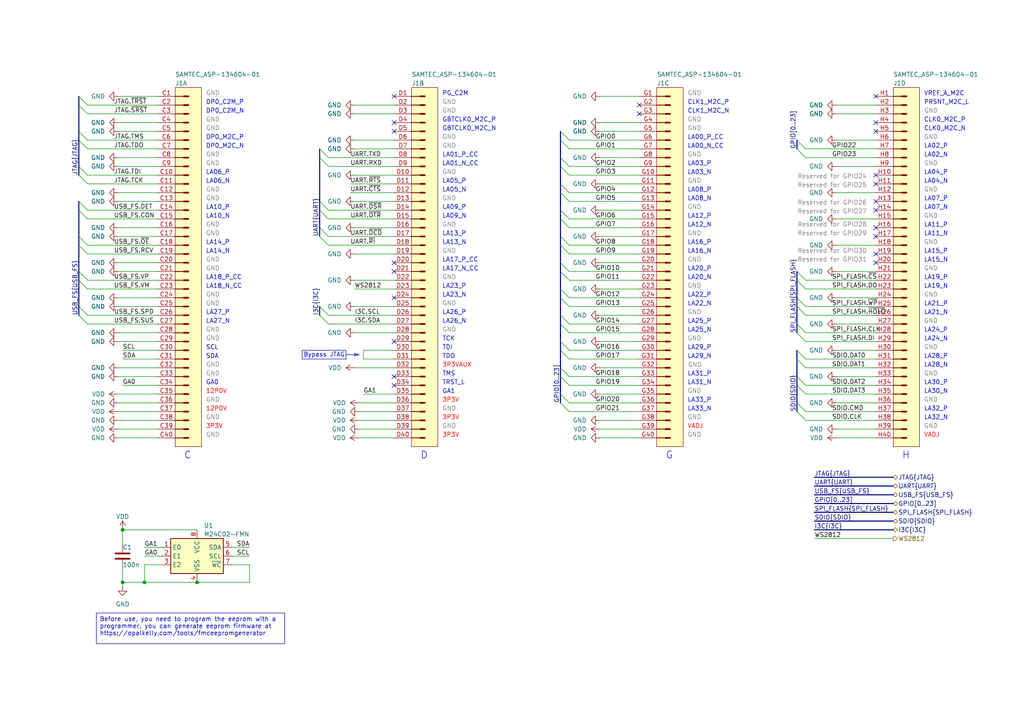
<source format=kicad_sch>
(kicad_sch (version 20230121) (generator eeschema)
  (paper "A4")
  (title_block (title "FMC") (date "2023-03-02") (rev "1.0.0") (company "CHIPS Alliance") (comment 1 "Rui Huang (2023-03-02)") (comment 2 "Rui Huang (2023-03-02)") (comment 4 "Rui Huang (2023-03-02)"))
  (junction (at 41.91 168.91))
  (junction (at 35.56 153.67))
  (junction (at 57.15 168.91))
  (junction (at 35.56 168.91))
  (no_connect (at 254 68.58))
  (no_connect (at 114.3 109.22))
  (no_connect (at 114.3 99.06))
  (no_connect (at 254 35.56))
  (no_connect (at 114.3 76.2))
  (no_connect (at 254 27.94))
  (no_connect (at 114.3 86.36))
  (no_connect (at 254 50.8))
  (no_connect (at 114.3 35.56))
  (no_connect (at 254 73.66))
  (no_connect (at 114.3 27.94))
  (no_connect (at 254 76.2))
  (no_connect (at 114.3 78.74))
  (no_connect (at 254 38.1))
  (no_connect (at 114.3 111.76))
  (no_connect (at 185.42 33.02))
  (no_connect (at 254 60.96))
  (no_connect (at 185.42 30.48))
  (no_connect (at 254 53.34))
  (no_connect (at 114.3 38.1))
  (no_connect (at 254 66.04))
  (no_connect (at 254 58.42))
  (bus_entry (at 233.68 45.72) (size -2.54 -2.54))
  (bus_entry (at 165.1 104.14) (size -2.54 -2.54))
  (bus_entry (at 165.1 116.84) (size -2.54 -2.54))
  (bus_entry (at 233.68 88.9) (size -2.54 -2.54))
  (bus_entry (at 22.86 91.44) (size 2.54 2.54))
  (bus_entry (at 95.25 48.26) (size -2.54 -2.54))
  (bus_entry (at 165.1 111.76) (size -2.54 -2.54))
  (bus_entry (at 95.25 63.5) (size -2.54 -2.54))
  (bus_entry (at 233.68 83.82) (size -2.54 -2.54))
  (bus_entry (at 95.25 45.72) (size -2.54 -2.54))
  (bus_entry (at 165.1 63.5) (size -2.54 -2.54))
  (bus_entry (at 233.68 99.06) (size -2.54 -2.54))
  (bus_entry (at 233.68 81.28) (size -2.54 -2.54))
  (bus_entry (at 165.1 93.98) (size -2.54 -2.54))
  (bus_entry (at 165.1 43.18) (size -2.54 -2.54))
  (bus_entry (at 165.1 48.26) (size -2.54 -2.54))
  (bus_entry (at 22.86 88.9) (size 2.54 2.54))
  (bus_entry (at 22.86 68.58) (size 2.54 2.54))
  (bus_entry (at 165.1 86.36) (size -2.54 -2.54))
  (bus_entry (at 95.25 93.98) (size -2.54 -2.54))
  (bus_entry (at 233.68 104.14) (size -2.54 -2.54))
  (bus_entry (at 165.1 109.22) (size -2.54 -2.54))
  (bus_entry (at 233.68 106.68) (size -2.54 -2.54))
  (bus_entry (at 165.1 50.8) (size -2.54 -2.54))
  (bus_entry (at 92.71 68.58) (size 2.54 2.54))
  (bus_entry (at 165.1 55.88) (size -2.54 -2.54))
  (bus_entry (at 95.25 60.96) (size -2.54 -2.54))
  (bus_entry (at 233.68 91.44) (size -2.54 -2.54))
  (bus_entry (at 233.68 119.38) (size -2.54 -2.54))
  (bus_entry (at 25.4 30.48) (size -2.54 -2.54))
  (bus_entry (at 25.4 53.34) (size -2.54 -2.54))
  (bus_entry (at 25.4 40.64) (size -2.54 -2.54))
  (bus_entry (at 165.1 71.12) (size -2.54 -2.54))
  (bus_entry (at 233.68 121.92) (size -2.54 -2.54))
  (bus_entry (at 165.1 78.74) (size -2.54 -2.54))
  (bus_entry (at 233.68 114.3) (size -2.54 -2.54))
  (bus_entry (at 233.68 96.52) (size -2.54 -2.54))
  (bus_entry (at 233.68 111.76) (size -2.54 -2.54))
  (bus_entry (at 165.1 66.04) (size -2.54 -2.54))
  (bus_entry (at 22.86 71.12) (size 2.54 2.54))
  (bus_entry (at 22.86 60.96) (size 2.54 2.54))
  (bus_entry (at 95.25 91.44) (size -2.54 -2.54))
  (bus_entry (at 165.1 73.66) (size -2.54 -2.54))
  (bus_entry (at 22.86 81.28) (size 2.54 2.54))
  (bus_entry (at 165.1 101.6) (size -2.54 -2.54))
  (bus_entry (at 165.1 40.64) (size -2.54 -2.54))
  (bus_entry (at 165.1 96.52) (size -2.54 -2.54))
  (bus_entry (at 165.1 88.9) (size -2.54 -2.54))
  (bus_entry (at 165.1 119.38) (size -2.54 -2.54))
  (bus_entry (at 22.86 78.74) (size 2.54 2.54))
  (bus_entry (at 95.25 68.58) (size -2.54 -2.54))
  (bus_entry (at 25.4 50.8) (size -2.54 -2.54))
  (bus_entry (at 165.1 58.42) (size -2.54 -2.54))
  (bus_entry (at 25.4 43.18) (size -2.54 -2.54))
  (bus_entry (at 233.68 43.18) (size -2.54 -2.54))
  (bus_entry (at 25.4 33.02) (size -2.54 -2.54))
  (bus_entry (at 165.1 81.28) (size -2.54 -2.54))
  (bus_entry (at 22.86 58.42) (size 2.54 2.54))
  (wire (pts (xy 95.25 93.98) (xy 114.3 93.98)))
  (wire (pts (xy 102.87 33.02) (xy 114.3 33.02)))
  (wire (pts (xy 233.68 99.06) (xy 254 99.06)))
  (wire (pts (xy 165.1 43.18) (xy 185.42 43.18)))
  (bus (pts (xy 162.56 45.72) (xy 162.56 48.26)))
  (wire (pts (xy 173.99 121.92) (xy 185.42 121.92)))
  (wire (pts (xy 45.72 86.36) (xy 34.29 86.36)))
  (wire (pts (xy 165.1 109.22) (xy 185.42 109.22)))
  (wire (pts (xy 165.1 58.42) (xy 185.42 58.42)))
  (wire (pts (xy 254 119.38) (xy 233.68 119.38)))
  (wire (pts (xy 242.57 101.6) (xy 254 101.6)))
  (wire (pts (xy 35.56 165.1) (xy 35.56 168.91)))
  (bus (pts (xy 92.71 60.96) (xy 92.71 66.04)))
  (wire (pts (xy 242.57 40.64) (xy 254 40.64)))
  (wire (pts (xy 233.68 104.14) (xy 254 104.14)))
  (wire (pts (xy 41.91 168.91) (xy 57.15 168.91)))
  (wire (pts (xy 95.25 60.96) (xy 114.3 60.96)))
  (bus (pts (xy 162.56 38.1) (xy 162.56 40.64)))
  (wire (pts (xy 114.3 45.72) (xy 95.25 45.72)))
  (bus (pts (xy 236.22 153.67) (xy 259.08 153.67)))
  (wire (pts (xy 242.57 109.22) (xy 254 109.22)))
  (wire (pts (xy 102.87 40.64) (xy 114.3 40.64)))
  (bus (pts (xy 162.56 86.36) (xy 162.56 91.44)))
  (wire (pts (xy 173.99 127) (xy 185.42 127)))
  (wire (pts (xy 25.4 63.5) (xy 45.72 63.5)))
  (wire (pts (xy 242.57 93.98) (xy 254 93.98)))
  (wire (pts (xy 173.99 83.82) (xy 185.42 83.82)))
  (wire (pts (xy 104.14 119.38) (xy 114.3 119.38)))
  (wire (pts (xy 25.4 91.44) (xy 45.72 91.44)))
  (wire (pts (xy 242.57 78.74) (xy 254 78.74)))
  (polyline (pts (xy 100.33 102.87) (xy 104.14 102.87)))
  (wire (pts (xy 45.72 58.42) (xy 34.29 58.42)))
  (wire (pts (xy 105.41 101.6) (xy 114.3 101.6)))
  (bus (pts (xy 92.71 45.72) (xy 92.71 58.42)))
  (wire (pts (xy 25.4 40.64) (xy 45.72 40.64)))
  (wire (pts (xy 242.57 86.36) (xy 254 86.36)))
  (wire (pts (xy 95.25 91.44) (xy 114.3 91.44)))
  (bus (pts (xy 22.86 40.64) (xy 22.86 48.26)))
  (wire (pts (xy 41.91 158.75) (xy 46.99 158.75)))
  (bus (pts (xy 162.56 76.2) (xy 162.56 78.74)))
  (bus (pts (xy 22.86 68.58) (xy 22.86 71.12)))
  (polyline (pts (xy 87.63 101.6) (xy 100.33 101.6)))
  (wire (pts (xy 233.68 106.68) (xy 254 106.68)))
  (bus (pts (xy 162.56 48.26) (xy 162.56 53.34)))
  (bus (pts (xy 92.71 58.42) (xy 92.71 60.96)))
  (wire (pts (xy 45.72 48.26) (xy 34.29 48.26)))
  (wire (pts (xy 67.31 158.75) (xy 72.39 158.75)))
  (wire (pts (xy 233.68 91.44) (xy 254 91.44)))
  (bus (pts (xy 92.71 66.04) (xy 92.71 68.58)))
  (wire (pts (xy 72.39 163.83) (xy 72.39 168.91)))
  (bus (pts (xy 162.56 83.82) (xy 162.56 86.36)))
  (bus (pts (xy 162.56 53.34) (xy 162.56 55.88)))
  (wire (pts (xy 102.87 30.48) (xy 114.3 30.48)))
  (wire (pts (xy 45.72 68.58) (xy 34.29 68.58)))
  (wire (pts (xy 25.4 60.96) (xy 45.72 60.96)))
  (bus (pts (xy 231.14 88.9) (xy 231.14 93.98)))
  (wire (pts (xy 165.1 71.12) (xy 185.42 71.12)))
  (wire (pts (xy 25.4 30.48) (xy 45.72 30.48)))
  (wire (pts (xy 25.4 50.8) (xy 45.72 50.8)))
  (wire (pts (xy 45.72 101.6) (xy 35.56 101.6)))
  (wire (pts (xy 165.1 66.04) (xy 185.42 66.04)))
  (bus (pts (xy 22.86 38.1) (xy 22.86 40.64)))
  (wire (pts (xy 41.91 163.83) (xy 41.91 168.91)))
  (wire (pts (xy 165.1 48.26) (xy 185.42 48.26)))
  (bus (pts (xy 162.56 55.88) (xy 162.56 60.96)))
  (wire (pts (xy 95.25 71.12) (xy 114.3 71.12)))
  (wire (pts (xy 67.31 161.29) (xy 72.39 161.29)))
  (wire (pts (xy 95.25 63.5) (xy 114.3 63.5)))
  (bus (pts (xy 259.08 146.05) (xy 236.22 146.05)))
  (wire (pts (xy 165.1 55.88) (xy 185.42 55.88)))
  (wire (pts (xy 35.56 168.91) (xy 41.91 168.91)))
  (wire (pts (xy 165.1 93.98) (xy 185.42 93.98)))
  (polyline (pts (xy 100.33 101.6) (xy 100.33 104.14)))
  (wire (pts (xy 173.99 27.94) (xy 185.42 27.94)))
  (wire (pts (xy 233.68 111.76) (xy 254 111.76)))
  (wire (pts (xy 242.57 48.26) (xy 254 48.26)))
  (wire (pts (xy 45.72 78.74) (xy 34.29 78.74)))
  (wire (pts (xy 67.31 163.83) (xy 72.39 163.83)))
  (wire (pts (xy 165.1 63.5) (xy 185.42 63.5)))
  (bus (pts (xy 231.14 93.98) (xy 231.14 96.52)))
  (wire (pts (xy 102.87 58.42) (xy 114.3 58.42)))
  (bus (pts (xy 162.56 101.6) (xy 162.56 106.68)))
  (wire (pts (xy 165.1 96.52) (xy 185.42 96.52)))
  (wire (pts (xy 173.99 114.3) (xy 185.42 114.3)))
  (wire (pts (xy 45.72 99.06) (xy 34.29 99.06)))
  (wire (pts (xy 114.3 114.3) (xy 105.41 114.3)))
  (wire (pts (xy 233.68 81.28) (xy 254 81.28)))
  (wire (pts (xy 34.29 119.38) (xy 45.72 119.38)))
  (wire (pts (xy 242.57 71.12) (xy 254 71.12)))
  (wire (pts (xy 25.4 33.02) (xy 45.72 33.02)))
  (bus (pts (xy 259.08 138.43) (xy 236.22 138.43)))
  (bus (pts (xy 22.86 30.48) (xy 22.86 38.1)))
  (wire (pts (xy 236.22 156.21) (xy 259.08 156.21)))
  (wire (pts (xy 104.14 116.84) (xy 114.3 116.84)))
  (bus (pts (xy 231.14 40.64) (xy 231.14 43.18)))
  (wire (pts (xy 173.99 45.72) (xy 185.42 45.72)))
  (wire (pts (xy 45.72 88.9) (xy 34.29 88.9)))
  (wire (pts (xy 34.29 114.3) (xy 45.72 114.3)))
  (wire (pts (xy 45.72 106.68) (xy 34.29 106.68)))
  (bus (pts (xy 231.14 78.74) (xy 231.14 81.28)))
  (wire (pts (xy 173.99 38.1) (xy 185.42 38.1)))
  (bus (pts (xy 162.56 68.58) (xy 162.56 71.12)))
  (bus (pts (xy 22.86 60.96) (xy 22.86 68.58)))
  (wire (pts (xy 233.68 96.52) (xy 254 96.52)))
  (wire (pts (xy 45.72 76.2) (xy 34.29 76.2)))
  (wire (pts (xy 105.41 104.14) (xy 114.3 104.14)))
  (wire (pts (xy 173.99 124.46) (xy 185.42 124.46)))
  (wire (pts (xy 242.57 33.02) (xy 254 33.02)))
  (bus (pts (xy 162.56 114.3) (xy 162.56 116.84)))
  (wire (pts (xy 35.56 153.67) (xy 57.15 153.67)))
  (wire (pts (xy 233.68 43.18) (xy 254 43.18)))
  (bus (pts (xy 162.56 109.22) (xy 162.56 114.3)))
  (wire (pts (xy 34.29 121.92) (xy 45.72 121.92)))
  (bus (pts (xy 22.86 81.28) (xy 22.86 88.9)))
  (wire (pts (xy 105.41 101.6) (xy 105.41 104.14)))
  (wire (pts (xy 104.14 121.92) (xy 114.3 121.92)))
  (wire (pts (xy 254 114.3) (xy 233.68 114.3)))
  (wire (pts (xy 242.57 127) (xy 254 127)))
  (wire (pts (xy 104.14 127) (xy 114.3 127)))
  (wire (pts (xy 25.4 83.82) (xy 45.72 83.82)))
  (wire (pts (xy 25.4 93.98) (xy 45.72 93.98)))
  (wire (pts (xy 233.68 121.92) (xy 254 121.92)))
  (wire (pts (xy 165.1 50.8) (xy 185.42 50.8)))
  (wire (pts (xy 45.72 111.76) (xy 35.56 111.76)))
  (wire (pts (xy 45.72 45.72) (xy 34.29 45.72)))
  (bus (pts (xy 231.14 111.76) (xy 231.14 116.84)))
  (wire (pts (xy 233.68 45.72) (xy 254 45.72)))
  (wire (pts (xy 102.87 50.8) (xy 114.3 50.8)))
  (polyline (pts (xy 102.87 102.489) (xy 102.87 103.251)))
  (bus (pts (xy 259.08 148.59) (xy 236.22 148.59)))
  (bus (pts (xy 162.56 40.64) (xy 162.56 45.72)))
  (wire (pts (xy 45.72 96.52) (xy 34.29 96.52)))
  (wire (pts (xy 104.14 124.46) (xy 114.3 124.46)))
  (bus (pts (xy 22.86 48.26) (xy 22.86 50.8)))
  (bus (pts (xy 22.86 71.12) (xy 22.86 78.74)))
  (wire (pts (xy 102.87 83.82) (xy 114.3 83.82)))
  (wire (pts (xy 173.99 53.34) (xy 185.42 53.34)))
  (wire (pts (xy 173.99 68.58) (xy 185.42 68.58)))
  (wire (pts (xy 242.57 30.48) (xy 254 30.48)))
  (wire (pts (xy 242.57 124.46) (xy 254 124.46)))
  (wire (pts (xy 165.1 101.6) (xy 185.42 101.6)))
  (wire (pts (xy 72.39 168.91) (xy 57.15 168.91)))
  (bus (pts (xy 162.56 78.74) (xy 162.56 83.82)))
  (bus (pts (xy 92.71 43.18) (xy 92.71 45.72)))
  (wire (pts (xy 45.72 27.94) (xy 34.29 27.94)))
  (wire (pts (xy 102.87 43.18) (xy 114.3 43.18)))
  (bus (pts (xy 162.56 106.68) (xy 162.56 109.22)))
  (wire (pts (xy 102.87 66.04) (xy 114.3 66.04)))
  (wire (pts (xy 173.99 35.56) (xy 185.42 35.56)))
  (bus (pts (xy 162.56 99.06) (xy 162.56 101.6)))
  (bus (pts (xy 22.86 78.74) (xy 22.86 81.28)))
  (wire (pts (xy 165.1 116.84) (xy 185.42 116.84)))
  (wire (pts (xy 173.99 76.2) (xy 185.42 76.2)))
  (wire (pts (xy 25.4 53.34) (xy 45.72 53.34)))
  (wire (pts (xy 165.1 78.74) (xy 185.42 78.74)))
  (wire (pts (xy 41.91 161.29) (xy 46.99 161.29)))
  (wire (pts (xy 34.29 124.46) (xy 45.72 124.46)))
  (wire (pts (xy 165.1 119.38) (xy 185.42 119.38)))
  (bus (pts (xy 231.14 81.28) (xy 231.14 86.36)))
  (bus (pts (xy 162.56 60.96) (xy 162.56 63.5)))
  (wire (pts (xy 35.56 157.48) (xy 35.56 153.67)))
  (polyline (pts (xy 102.87 102.489) (xy 104.14 102.87)))
  (wire (pts (xy 114.3 53.34) (xy 101.6 53.34)))
  (wire (pts (xy 242.57 63.5) (xy 254 63.5)))
  (wire (pts (xy 102.87 106.68) (xy 114.3 106.68)))
  (wire (pts (xy 25.4 43.18) (xy 45.72 43.18)))
  (bus (pts (xy 231.14 109.22) (xy 231.14 111.76)))
  (wire (pts (xy 114.3 48.26) (xy 95.25 48.26)))
  (wire (pts (xy 233.68 88.9) (xy 254 88.9)))
  (wire (pts (xy 25.4 81.28) (xy 45.72 81.28)))
  (wire (pts (xy 165.1 86.36) (xy 185.42 86.36)))
  (wire (pts (xy 102.87 88.9) (xy 114.3 88.9)))
  (bus (pts (xy 162.56 91.44) (xy 162.56 93.98)))
  (wire (pts (xy 165.1 81.28) (xy 185.42 81.28)))
  (bus (pts (xy 22.86 88.9) (xy 22.86 91.44)))
  (bus (pts (xy 22.86 27.94) (xy 22.86 30.48)))
  (wire (pts (xy 173.99 106.68) (xy 185.42 106.68)))
  (wire (pts (xy 34.29 116.84) (xy 45.72 116.84)))
  (bus (pts (xy 259.08 140.97) (xy 236.22 140.97)))
  (wire (pts (xy 34.29 127) (xy 45.72 127)))
  (wire (pts (xy 233.68 83.82) (xy 254 83.82)))
  (bus (pts (xy 162.56 71.12) (xy 162.56 76.2)))
  (wire (pts (xy 102.87 81.28) (xy 114.3 81.28)))
  (wire (pts (xy 45.72 104.14) (xy 35.56 104.14)))
  (bus (pts (xy 231.14 86.36) (xy 231.14 88.9)))
  (bus (pts (xy 231.14 101.6) (xy 231.14 104.14)))
  (wire (pts (xy 45.72 55.88) (xy 34.29 55.88)))
  (wire (pts (xy 45.72 66.04) (xy 34.29 66.04)))
  (bus (pts (xy 162.56 63.5) (xy 162.56 68.58)))
  (wire (pts (xy 45.72 35.56) (xy 34.29 35.56)))
  (bus (pts (xy 92.71 88.9) (xy 92.71 91.44)))
  (bus (pts (xy 22.86 58.42) (xy 22.86 60.96)))
  (wire (pts (xy 165.1 40.64) (xy 185.42 40.64)))
  (bus (pts (xy 259.08 143.51) (xy 236.22 143.51)))
  (wire (pts (xy 165.1 73.66) (xy 185.42 73.66)))
  (wire (pts (xy 45.72 38.1) (xy 34.29 38.1)))
  (bus (pts (xy 162.56 93.98) (xy 162.56 99.06)))
  (wire (pts (xy 45.72 109.22) (xy 34.29 109.22)))
  (wire (pts (xy 25.4 71.12) (xy 45.72 71.12)))
  (wire (pts (xy 242.57 116.84) (xy 254 116.84)))
  (bus (pts (xy 231.14 116.84) (xy 231.14 119.38)))
  (wire (pts (xy 173.99 91.44) (xy 185.42 91.44)))
  (wire (pts (xy 41.91 163.83) (xy 46.99 163.83)))
  (wire (pts (xy 102.87 73.66) (xy 114.3 73.66)))
  (wire (pts (xy 173.99 60.96) (xy 185.42 60.96)))
  (bus (pts (xy 231.14 104.14) (xy 231.14 109.22)))
  (wire (pts (xy 35.56 170.18) (xy 35.56 168.91)))
  (polyline (pts (xy 87.63 104.14) (xy 87.63 101.6)))
  (wire (pts (xy 95.25 68.58) (xy 114.3 68.58)))
  (wire (pts (xy 165.1 88.9) (xy 185.42 88.9)))
  (wire (pts (xy 101.6 55.88) (xy 114.3 55.88)))
  (wire (pts (xy 242.57 55.88) (xy 254 55.88)))
  (wire (pts (xy 165.1 111.76) (xy 185.42 111.76)))
  (wire (pts (xy 165.1 104.14) (xy 185.42 104.14)))
  (polyline (pts (xy 102.87 103.251) (xy 104.14 102.87)))
  (bus (pts (xy 259.08 151.13) (xy 236.22 151.13)))
  (wire (pts (xy 102.87 96.52) (xy 114.3 96.52)))
  (wire (pts (xy 25.4 73.66) (xy 45.72 73.66)))
  (polyline (pts (xy 100.33 104.14) (xy 87.63 104.14)))
  (wire (pts (xy 173.99 99.06) (xy 185.42 99.06)))
  (text_box "Before use, you need to program the eeprom with a programmer, you can generate eeprom firmware at\nhttps://opalkelly.com/tools/fmceepromgenerator" (at 27.94 177.8 0) (size 54.61 8.89) (effects (font (size 1.27 1.27)) (justify left top)))
  (text "DP0_C2M_P" (at 59.69 30.48 0) (effects (font (size 1.27 1.27)) (justify left bottom)))
  (text "GND" (at 59.69 48.26 0) (effects (font (size 1.27 1.27)) (justify left bottom)))
  (text "GBTCLK0_M2C_P" (at 128.27 35.56 0) (effects (font (size 1.27 1.27)) (justify left bottom)))
  (text "LA18_N_CC" (at 59.69 83.82 0) (effects (font (size 1.27 1.27)) (justify left bottom)))
  (text "LA07_P" (at 267.97 58.42 0) (effects (font (size 1.27 1.27)) (justify left bottom)))
  (text "12P0V" (at 59.69 114.3 0) (effects (font (size 1.27 1.27)) (justify left bottom)))
  (text "LA23_N" (at 128.27 86.36 0) (effects (font (size 1.27 1.27)) (justify left bottom)))
  (text "LA29_P" (at 199.39 101.6 0) (effects (font (size 1.27 1.27)) (justify left bottom)))
  (text "LA14_N" (at 59.69 73.66 0) (effects (font (size 1.27 1.27)) (justify left bottom)))
  (text "GND" (at 199.519 106.7727 0) (effects (font (size 1.27 1.27)) (justify left bottom)))
  (text "LA03_N" (at 199.39 50.8 0) (effects (font (size 1.27 1.27)) (justify left bottom)))
  (text "GND" (at 267.97 124.46 0) (effects (font (size 1.27 1.27)) (justify left bottom)))
  (text "LA23_P" (at 128.27 83.82 0) (effects (font (size 1.27 1.27)) (justify left bottom)))
  (text "3P3V" (at 128.27 127 0) (effects (font (size 1.27 1.27)) (justify left bottom)))
  (text "LA20_P" (at 199.39 78.74 0) (effects (font (size 1.27 1.27)) (justify left bottom)))
  (text "GND" (at 267.97 93.98 0) (effects (font (size 1.27 1.27)) (justify left bottom)))
  (text "GND" (at 59.69 88.9 0) (effects (font (size 1.27 1.27)) (justify left bottom)))
  (text "LA22_P" (at 199.39 86.36 0) (effects (font (size 1.27 1.27)) (justify left bottom)))
  (text "LA21_N" (at 267.97 91.44 0) (effects (font (size 1.27 1.27)) (justify left bottom)))
  (text "LA12_P" (at 199.39 63.5 0) (effects (font (size 1.27 1.27)) (justify left bottom)))
  (text "CLK0_M2C_N" (at 267.97 38.1 0) (effects (font (size 1.27 1.27)) (justify left bottom)))
  (text "D" (at 121.92 133.35 0) (effects (font (size 2.032 2.032)) (justify left bottom)))
  (text "LA15_P" (at 267.97 73.66 0) (effects (font (size 1.27 1.27)) (justify left bottom)))
  (text "GND" (at 128.27 40.64 0) (effects (font (size 1.27 1.27)) (justify left bottom)))
  (text "GND" (at 199.39 91.44 0) (effects (font (size 1.27 1.27)) (justify left bottom)))
  (text "LA30_N" (at 267.97 114.3 0) (effects (font (size 1.27 1.27)) (justify left bottom)))
  (text "GND" (at 59.69 45.72 0) (effects (font (size 1.27 1.27)) (justify left bottom)))
  (text "GND" (at 199.39 121.92 0) (effects (font (size 1.27 1.27)) (justify left bottom)))
  (text "GND" (at 199.39 83.82 0) (effects (font (size 1.27 1.27)) (justify left bottom)))
  (text "GND" (at 128.27 73.66 0) (effects (font (size 1.27 1.27)) (justify left bottom)))
  (text "LA01_N_CC" (at 128.27 48.26 0) (effects (font (size 1.27 1.27)) (justify left bottom)))
  (text "GND" (at 59.69 68.58 0) (effects (font (size 1.27 1.27)) (justify left bottom)))
  (text "Reserved for GPIO25" (at 251.46 54.61 0) (effects (font (size 1.27 1.27)) (justify right bottom)))
  (text "SDA" (at 59.69 104.14 0) (effects (font (size 1.27 1.27)) (justify left bottom)))
  (text "GND" (at 267.97 55.88 0) (effects (font (size 1.27 1.27)) (justify left bottom)))
  (text "LA14_P" (at 59.69 71.12 0) (effects (font (size 1.27 1.27)) (justify left bottom)))
  (text "LA19_N" (at 267.97 83.82 0) (effects (font (size 1.27 1.27)) (justify left bottom)))
  (text "LA03_P" (at 199.39 48.26 0) (effects (font (size 1.27 1.27)) (justify left bottom)))
  (text "GND" (at 59.69 27.94 0) (effects (font (size 1.27 1.27)) (justify left bottom)))
  (text "LA01_P_CC" (at 128.27 45.72 0) (effects (font (size 1.27 1.27)) (justify left bottom)))
  (text "GND" (at 59.69 38.1 0) (effects (font (size 1.27 1.27)) (justify left bottom)))
  (text "SCL" (at 59.69 101.6 0) (effects (font (size 1.27 1.27)) (justify left bottom)))
  (text "GND" (at 128.27 66.04 0) (effects (font (size 1.27 1.27)) (justify left bottom)))
  (text "VADJ" (at 267.97 127 0) (effects (font (size 1.27 1.27)) (justify left bottom)))
  (text "LA18_P_CC" (at 59.69 81.28 0) (effects (font (size 1.27 1.27)) (justify left bottom)))
  (text "GA0" (at 59.69 111.76 0) (effects (font (size 1.27 1.27)) (justify left bottom)))
  (text "GND" (at 267.97 101.6 0) (effects (font (size 1.27 1.27)) (justify left bottom)))
  (text "LA05_P" (at 128.27 53.34 0) (effects (font (size 1.27 1.27)) (justify left bottom)))
  (text "GND" (at 128.27 50.8 0) (effects (font (size 1.27 1.27)) (justify left bottom)))
  (text "LA25_P" (at 199.39 93.98 0) (effects (font (size 1.27 1.27)) (justify left bottom)))
  (text "PRSNT_M2C_L" (at 267.97 30.48 0) (effects (font (size 1.27 1.27)) (justify left bottom)))
  (text "Reserved for GPIO30" (at 251.46 73.66 0) (effects (font (size 1.27 1.27)) (justify right bottom)))
  (text "GND" (at 59.69 121.92 0) (effects (font (size 1.27 1.27)) (justify left bottom)))
  (text "GND" (at 267.97 71.12 0) (effects (font (size 1.27 1.27)) (justify left bottom)))
  (text "GND" (at 267.97 33.02 0) (effects (font (size 1.27 1.27)) (justify left bottom)))
  (text "12P0V" (at 59.69 119.38 0) (effects (font (size 1.27 1.27)) (justify left bottom)))
  (text "GND" (at 199.39 127 0) (effects (font (size 1.27 1.27)) (justify left bottom)))
  (text "LA12_N" (at 199.39 66.04 0) (effects (font (size 1.27 1.27)) (justify left bottom)))
  (text "3P3V" (at 59.69 124.46 0) (effects (font (size 1.27 1.27)) (justify left bottom)))
  (text "LA10_N" (at 59.69 63.5 0) (effects (font (size 1.27 1.27)) (justify left bottom)))
  (text "GND" (at 128.27 96.52 0) (effects (font (size 1.27 1.27)) (justify left bottom)))
  (text "LA04_N" (at 267.97 53.34 0) (effects (font (size 1.27 1.27)) (justify left bottom)))
  (text "TCK" (at 128.27 99.06 0) (effects (font (size 1.27 1.27)) (justify left bottom)))
  (text "GND" (at 128.27 43.18 0) (effects (font (size 1.27 1.27)) (justify left bottom)))
  (text "DP0_M2C_P" (at 59.69 40.64 0) (effects (font (size 1.27 1.27)) (justify left bottom)))
  (text "CLK1_M2C_N" (at 199.39 33.02 0) (effects (font (size 1.27 1.27)) (justify left bottom)))
  (text "GND" (at 59.69 127 0) (effects (font (size 1.27 1.27)) (justify left bottom)))
  (text "GND" (at 199.39 68.58 0) (effects (font (size 1.27 1.27)) (justify left bottom)))
  (text "LA06_N" (at 59.69 53.34 0) (effects (font (size 1.27 1.27)) (justify left bottom)))
  (text "LA15_N" (at 267.97 76.2 0) (effects (font (size 1.27 1.27)) (justify left bottom)))
  (text "TDI" (at 128.27 101.6 0) (effects (font (size 1.27 1.27)) (justify left bottom)))
  (text "LA16_N" (at 199.39 73.66 0) (effects (font (size 1.27 1.27)) (justify left bottom)))
  (text "GND" (at 267.97 86.36 0) (effects (font (size 1.27 1.27)) (justify left bottom)))
  (text "GND" (at 59.69 96.52 0) (effects (font (size 1.27 1.27)) (justify left bottom)))
  (text "GND" (at 59.69 116.84 0) (effects (font (size 1.27 1.27)) (justify left bottom)))
  (text "GND" (at 199.39 99.06 0) (effects (font (size 1.27 1.27)) (justify left bottom)))
  (text "LA13_N" (at 128.27 71.12 0) (effects (font (size 1.27 1.27)) (justify left bottom)))
  (text "LA19_P" (at 267.97 81.28 0) (effects (font (size 1.27 1.27)) (justify left bottom)))
  (text "PG_C2M" (at 128.27 27.94 0) (effects (font (size 1.27 1.27)) (justify left bottom)))
  (text "GND" (at 199.39 114.3 0) (effects (font (size 1.27 1.27)) (justify left bottom)))
  (text "TRST_L" (at 128.27 111.76 0) (effects (font (size 1.27 1.27)) (justify left bottom)))
  (text "GND" (at 267.97 109.22 0) (effects (font (size 1.27 1.27)) (justify left bottom)))
  (text "LA00_N_CC" (at 199.39 43.18 0) (effects (font (size 1.27 1.27)) (justify left bottom)))
  (text "LA29_N" (at 199.39 104.14 0) (effects (font (size 1.27 1.27)) (justify left bottom)))
  (text "GND" (at 59.69 76.2 0) (effects (font (size 1.27 1.27)) (justify left bottom)))
  (text "LA26_P" (at 128.27 91.44 0) (effects (font (size 1.27 1.27)) (justify left bottom)))
  (text "LA11_P" (at 267.97 66.04 0) (effects (font (size 1.27 1.27)) (justify left bottom)))
  (text "GND" (at 199.39 60.96 0) (effects (font (size 1.27 1.27)) (justify left bottom)))
  (text "LA10_P" (at 59.69 60.96 0) (effects (font (size 1.27 1.27)) (justify left bottom)))
  (text "TMS" (at 128.27 109.22 0) (effects (font (size 1.27 1.27)) (justify left bottom)))
  (text "GND" (at 199.39 35.56 0) (effects (font (size 1.27 1.27)) (justify left bottom)))
  (text "LA28_P" (at 267.97 104.14 0) (effects (font (size 1.27 1.27)) (justify left bottom)))
  (text "Bypass JTAG" (at 88.011 103.759 0) (effects (font (size 1.27 1.27)) (justify left bottom)))
  (text "LA28_N" (at 267.97 106.68 0) (effects (font (size 1.27 1.27)) (justify left bottom)))
  (text "GND" (at 59.69 66.04 0) (effects (font (size 1.27 1.27)) (justify left bottom)))
  (text "GND" (at 128.27 119.38 0) (effects (font (size 1.27 1.27)) (justify left bottom)))
  (text "GND" (at 128.27 30.48 0) (effects (font (size 1.27 1.27)) (justify left bottom)))
  (text "LA13_P" (at 128.27 68.58 0) (effects (font (size 1.27 1.27)) (justify left bottom)))
  (text "LA06_P" (at 59.69 50.8 0) (effects (font (size 1.27 1.27)) (justify left bottom)))
  (text "GND" (at 128.27 81.28 0) (effects (font (size 1.27 1.27)) (justify left bottom)))
  (text "LA20_N" (at 199.39 81.28 0) (effects (font (size 1.27 1.27)) (justify left bottom)))
  (text "H" (at 261.62 133.35 0) (effects (font (size 2.032 2.032)) (justify left bottom)))
  (text "GBTCLK0_M2C_N" (at 128.27 38.1 0) (effects (font (size 1.27 1.27)) (justify left bottom)))
  (text "GND" (at 128.27 33.02 0) (effects (font (size 1.27 1.27)) (justify left bottom)))
  (text "GND" (at 59.69 35.56 0) (effects (font (size 1.27 1.27)) (justify left bottom)))
  (text "GND" (at 128.27 58.42 0) (effects (font (size 1.27 1.27)) (justify left bottom)))
  (text "CLK0_M2C_P" (at 267.97 35.56 0) (effects (font (size 1.27 1.27)) (justify left bottom)))
  (text "LA07_N" (at 267.97 60.96 0) (effects (font (size 1.27 1.27)) (justify left bottom)))
  (text "LA08_P" (at 199.39 55.88 0) (effects (font (size 1.27 1.27)) (justify left bottom)))
  (text "TDO" (at 128.27 104.14 0) (effects (font (size 1.27 1.27)) (justify left bottom)))
  (text "LA08_N" (at 199.39 58.42 0) (effects (font (size 1.27 1.27)) (justify left bottom)))
  (text "C" (at 53.34 133.35 0) (effects (font (size 2.032 2.032)) (justify left bottom)))
  (text "LA16_P" (at 199.39 71.12 0) (effects (font (size 1.27 1.27)) (justify left bottom)))
  (text "3P3V" (at 128.27 121.92 0) (effects (font (size 1.27 1.27)) (justify left bottom)))
  (text "Reserved for GPIO29" (at 251.46 68.58 0) (effects (font (size 1.27 1.27)) (justify right bottom)))
  (text "VADJ" (at 199.39 124.46 0) (effects (font (size 1.27 1.27)) (justify left bottom)))
  (text "GND" (at 128.27 124.46 0) (effects (font (size 1.27 1.27)) (justify left bottom)))
  (text "GND" (at 59.69 58.42 0) (effects (font (size 1.27 1.27)) (justify left bottom)))
  (text "LA27_N" (at 59.69 93.98 0) (effects (font (size 1.27 1.27)) (justify left bottom)))
  (text "LA05_N" (at 128.27 55.88 0) (effects (font (size 1.27 1.27)) (justify left bottom)))
  (text "LA11_N" (at 267.97 68.58 0) (effects (font (size 1.27 1.27)) (justify left bottom)))
  (text "CLK1_M2C_P" (at 199.39 30.48 0) (effects (font (size 1.27 1.27)) (justify left bottom)))
  (text "Reserved for GPIO27" (at 251.46 62.23 0) (effects (font (size 1.27 1.27)) (justify right bottom)))
  (text "GND" (at 199.39 45.72 0) (effects (font (size 1.27 1.27)) (justify left bottom)))
  (text "GA1" (at 128.27 114.3 0) (effects (font (size 1.27 1.27)) (justify left bottom)))
  (text "GND" (at 59.69 86.36 0) (effects (font (size 1.27 1.27)) (justify left bottom)))
  (text "LA17_P_CC" (at 128.27 76.2 0) (effects (font (size 1.27 1.27)) (justify left bottom)))
  (text "3P3V" (at 128.27 116.84 0) (effects (font (size 1.27 1.27)) (justify left bottom)))
  (text "LA33_N" (at 199.39 119.38 0) (effects (font (size 1.27 1.27)) (justify left bottom)))
  (text "Reserved for GPIO31" (at 251.46 76.2 0) (effects (font (size 1.27 1.27)) (justify right bottom)))
  (text "G" (at 193.04 133.35 0) (effects (font (size 2.032 2.032)) (justify left bottom)))
  (text "GND" (at 267.97 116.84 0) (effects (font (size 1.27 1.27)) (justify left bottom)))
  (text "GND" (at 59.69 78.74 0) (effects (font (size 1.27 1.27)) (justify left bottom)))
  (text "LA22_N" (at 199.39 88.9 0) (effects (font (size 1.27 1.27)) (justify left bottom)))
  (text "LA31_N" (at 199.39 111.76 0) (effects (font (size 1.27 1.27)) (justify left bottom)))
  (text "LA02_N" (at 267.97 45.72 0) (effects (font (size 1.27 1.27)) (justify left bottom)))
  (text "GND" (at 267.97 40.64 0) (effects (font (size 1.27 1.27)) (justify left bottom)))
  (text "GND" (at 199.39 38.1 0) (effects (font (size 1.27 1.27)) (justify left bottom)))
  (text "GND" (at 59.69 55.88 0) (effects (font (size 1.27 1.27)) (justify left bottom)))
  (text "LA27_P" (at 59.69 91.44 0) (effects (font (size 1.27 1.27)) (justify left bottom)))
  (text "LA00_P_CC" (at 199.39 40.64 0) (effects (font (size 1.27 1.27)) (justify left bottom)))
  (text "GND" (at 199.39 27.94 0) (effects (font (size 1.27 1.27)) (justify left bottom)))
  (text "GND" (at 59.69 106.68 0) (effects (font (size 1.27 1.27)) (justify left bottom)))
  (text "GND" (at 267.97 78.74 0) (effects (font (size 1.27 1.27)) (justify left bottom)))
  (text "VREF_A_M2C" (at 267.97 27.94 0) (effects (font (size 1.27 1.27)) (justify left bottom)))
  (text "LA21_P" (at 267.97 88.9 0) (effects (font (size 1.27 1.27)) (justify left bottom)))
  (text "3P3VAUX" (at 128.27 106.68 0) (effects (font (size 1.27 1.27)) (justify left bottom)))
  (text "LA32_N" (at 267.97 121.92 0) (effects (font (size 1.27 1.27)) (justify left bottom)))
  (text "LA26_N" (at 128.27 93.98 0) (effects (font (size 1.27 1.27)) (justify left bottom)))
  (text "GND" (at 199.39 53.34 0) (effects (font (size 1.27 1.27)) (justify left bottom)))
  (text "Reserved for GPIO26" (at 251.46 59.69 0) (effects (font (size 1.27 1.27)) (justify right bottom)))
  (text "GND" (at 267.97 63.5 0) (effects (font (size 1.27 1.27)) (justify left bottom)))
  (text "DP0_M2C_N" (at 59.69 43.18 0) (effects (font (size 1.27 1.27)) (justify left bottom)))
  (text "LA33_P" (at 199.39 116.84 0) (effects (font (size 1.27 1.27)) (justify left bottom)))
  (text "LA24_N" (at 267.97 99.06 0) (effects (font (size 1.27 1.27)) (justify left bottom)))
  (text "LA09_N" (at 128.27 63.5 0) (effects (font (size 1.27 1.27)) (justify left bottom)))
  (text "LA02_P" (at 267.97 43.18 0) (effects (font (size 1.27 1.27)) (justify left bottom)))
  (text "LA31_P" (at 199.39 109.22 0) (effects (font (size 1.27 1.27)) (justify left bottom)))
  (text "Reserved for GPIO28" (at 251.46 66.04 0) (effects (font (size 1.27 1.27)) (justify right bottom)))
  (text "GND" (at 199.39 76.2 0) (effects (font (size 1.27 1.27)) (justify left bottom)))
  (text "LA24_P" (at 267.97 96.52 0) (effects (font (size 1.27 1.27)) (justify left bottom)))
  (text "LA30_P" (at 267.97 111.76 0) (effects (font (size 1.27 1.27)) (justify left bottom)))
  (text "LA09_P" (at 128.27 60.96 0) (effects (font (size 1.27 1.27)) (justify left bottom)))
  (text "GND" (at 59.69 99.06 0) (effects (font (size 1.27 1.27)) (justify left bottom)))
  (text "LA17_N_CC" (at 128.27 78.74 0) (effects (font (size 1.27 1.27)) (justify left bottom)))
  (text "LA25_N" (at 199.39 96.52 0) (effects (font (size 1.27 1.27)) (justify left bottom)))
  (text "GND" (at 267.97 48.26 0) (effects (font (size 1.27 1.27)) (justify left bottom)))
  (text "Reserved for GPIO24" (at 251.46 52.07 0) (effects (font (size 1.27 1.27)) (justify right bottom)))
  (text "DP0_C2M_N" (at 59.69 33.02 0) (effects (font (size 1.27 1.27)) (justify left bottom)))
  (text "LA32_P" (at 267.97 119.38 0) (effects (font (size 1.27 1.27)) (justify left bottom)))
  (text "GND" (at 128.27 88.9 0) (effects (font (size 1.27 1.27)) (justify left bottom)))
  (text "GND" (at 59.69 109.22 0) (effects (font (size 1.27 1.27)) (justify left bottom)))
  (text "LA04_P" (at 267.97 50.8 0) (effects (font (size 1.27 1.27)) (justify left bottom)))
  (label "SDIO.DAT2" (at 241.3 111.76 0))
  (label "SPI_FLASH.DI" (at 241.3 99.06 0))
  (label "USB_FS.DET" (at 33.02 60.96 0))
  (label "JTAG.~{TRST}" (at 33.02 30.48 0))
  (label "USB_FS.VP" (at 33.02 81.28 0))
  (label "I3C{I3C}" (at 236.22 153.67 0))
  (label "GPIO9" (at 172.72 73.66 0))
  (label "UART.~{RI}" (at 101.6 71.12 0))
  (label "GPIO13" (at 172.72 88.9 0))
  (label "JTAG{JTAG}" (at 22.86 50.8 90))
  (label "GPIO[0..23]" (at 236.22 146.05 0))
  (label "GPIO[0..23]" (at 162.56 116.84 90))
  (label "UART.~{DCD}" (at 101.6 68.58 0))
  (label "USB_FS.SPD" (at 33.02 91.44 0))
  (label "UART.RXD" (at 101.6 48.26 0))
  (label "WS2812" (at 102.87 83.82 0))
  (label "UART{UART}" (at 92.71 68.58 90))
  (label "SPI_FLASH.~{HOLD}" (at 241.3 91.44 0))
  (label "GPIO2" (at 172.72 48.26 0))
  (label "SDA" (at 35.56 104.14 0))
  (label "GPIO[0..23]" (at 231.14 43.18 90))
  (label "SDIO.CMD" (at 241.3 119.38 0))
  (label "SCL" (at 35.56 101.6 0))
  (label "UART.~{DSR}" (at 101.6 60.96 0))
  (label "GA1" (at 105.41 114.3 0))
  (label "USB_FS.CON" (at 33.02 63.5 0))
  (label "UART.~{DTR}" (at 101.6 63.5 0))
  (label "GPIO17" (at 172.72 104.14 0))
  (label "GPIO14" (at 172.72 93.98 0))
  (label "GPIO8" (at 172.72 71.12 0))
  (label "GPIO20" (at 172.72 116.84 0))
  (label "USB_FS.RCV" (at 33.02 73.66 0))
  (label "I3C{I3C}" (at 92.71 91.44 90))
  (label "JTAG{JTAG}" (at 236.22 138.43 0))
  (label "GPIO16" (at 172.72 101.6 0))
  (label "SCL" (at 72.39 161.29 180))
  (label "JTAG.TDO" (at 33.02 43.18 0))
  (label "GPIO6" (at 172.72 63.5 0))
  (label "SDIO{SDIO}" (at 236.22 151.13 0))
  (label "SDIO.DAT1" (at 241.3 106.68 0))
  (label "SPI_FLASH{SPI_FLASH}" (at 231.14 96.52 90))
  (label "USB_FS.SUS" (at 33.02 93.98 0))
  (label "SDIO.CLK" (at 241.3 121.92 0))
  (label "GPIO1" (at 172.72 43.18 0))
  (label "USB_FS{USB_FS}" (at 22.86 91.44 90))
  (label "UART.TXD" (at 101.6 45.72 0))
  (label "JTAG.TCK" (at 33.02 53.34 0))
  (label "SPI_FLASH{SPI_FLASH}" (at 236.22 148.59 0))
  (label "GA1" (at 41.91 158.75 0))
  (label "I3C.SCL" (at 102.87 91.44 0))
  (label "GPIO10" (at 172.72 78.74 0))
  (label "SDIO.DAT0" (at 241.3 104.14 0))
  (label "GPIO11" (at 172.72 81.28 0))
  (label "GPIO18" (at 172.72 109.22 0))
  (label "GPIO21" (at 172.72 119.38 0))
  (label "GPIO5" (at 172.72 58.42 0))
  (label "UART.~{RTS}" (at 101.6 53.34 0))
  (label "GPIO22" (at 241.3 43.18 0))
  (label "SPI_FLASH.~{WP}" (at 241.3 88.9 0))
  (label "SDIO.DAT3" (at 241.3 114.3 0))
  (label "GPIO7" (at 172.72 66.04 0))
  (label "SDIO{SDIO}" (at 231.14 119.38 90))
  (label "GA0" (at 35.56 111.76 0))
  (label "JTAG.TDI" (at 33.02 50.8 0))
  (label "UART.~{CTS}" (at 101.6 55.88 0))
  (label "JTAG.~{SRST}" (at 33.02 33.02 0))
  (label "UART{UART}" (at 236.22 140.97 0))
  (label "SDA" (at 72.39 158.75 180))
  (label "GA0" (at 41.91 161.29 0))
  (label "GPIO12" (at 172.72 86.36 0))
  (label "SPI_FLASH.DO" (at 241.3 83.82 0))
  (label "I3C.SDA" (at 102.87 93.98 0))
  (label "SPI_FLASH.CLK" (at 241.3 96.52 0))
  (label "GPIO4" (at 172.72 55.88 0))
  (label "GPIO0" (at 172.72 40.64 0))
  (label "GPIO3" (at 172.72 50.8 0))
  (label "GPIO19" (at 172.72 111.76 0))
  (label "JTAG.TMS" (at 33.02 40.64 0))
  (label "GPIO23" (at 241.3 45.72 0))
  (label "GPIO15" (at 172.72 96.52 0))
  (label "USB_FS.VM" (at 33.02 83.82 0))
  (label "WS2812" (at 236.22 156.21 0))
  (label "SPI_FLASH.~{CS}" (at 241.3 81.28 0))
  (label "USB_FS{USB_FS}" (at 236.22 143.51 0))
  (label "USB_FS.~{OE}" (at 33.02 71.12 0))
  (hierarchical_label "UART{UART}" (shape tri_state) (at 259.08 140.97 0))
  (hierarchical_label "USB_FS{USB_FS}" (shape tri_state) (at 259.08 143.51 0))
  (hierarchical_label "JTAG{JTAG}" (shape bidirectional) (at 259.08 138.43 0))
  (hierarchical_label "GPIO[0..23]" (shape bidirectional) (at 259.08 146.05 0))
  (hierarchical_label "WS2812" (shape output) (at 259.08 156.21 0))
  (hierarchical_label "SDIO{SDIO}" (shape bidirectional) (at 259.08 151.13 0))
  (hierarchical_label "SPI_FLASH{SPI_FLASH}" (shape bidirectional) (at 259.08 148.59 0))
  (hierarchical_label "I3C{I3C}" (shape bidirectional) (at 259.08 153.67 0))
  (symbol (lib_id "power:GND") (at 242.57 40.64 270) (unit 1)
    (property "Reference" "#PWR06" (effects hide))
    (property "Value" "GND" (at 238.76 40.64 90) (effects (justify right)))
  )
  (symbol (lib_id "power:GND") (at 102.87 30.48 270) (unit 1)
    (property "Reference" "#PWR037" (effects hide))
    (property "Value" "GND" (at 99.06 30.48 90) (effects (justify right)))
  )
  (symbol (lib_id "power:VDD") (at 34.29 119.38 90) (unit 1)
    (property "Reference" "#PWR052" (effects hide))
    (property "Value" "12P0V" (at 30.48 119.38 90) (effects (justify left)))
  )
  (symbol (lib_id "power:VDD") (at 102.87 106.68 90) (unit 1)
    (property "Reference" "#PWR01" (effects hide))
    (property "Value" "3P3VAUX" (at 99.06 106.68 90) (effects (justify left)))
  )
  (symbol (lib_id "power:GND") (at 34.29 88.9 270) (unit 1)
    (property "Reference" "#PWR066" (effects hide))
    (property "Value" "GND" (at 30.48 88.9 90) (effects (justify right)))
  )
  (symbol (lib_id "power:GND") (at 102.87 88.9 270) (unit 1)
    (property "Reference" "#PWR046" (effects hide))
    (property "Value" "GND" (at 99.06 88.9 90) (effects (justify right)))
  )
  (symbol (lib_id "power:GND") (at 102.87 66.04 270) (unit 1)
    (property "Reference" "#PWR043" (effects hide))
    (property "Value" "GND" (at 99.06 66.04 90) (effects (justify right)))
  )
  (symbol (lib_id "Device:C") (at 35.56 161.29 0) (unit 1)
    (property "Reference" "C1" (at 35.56 158.75 0) (effects (justify left)))
    (property "Value" "100n" (at 35.56 163.83 0) (effects (justify left)))
    (property "Footprint" "Capacitor_SMD:C_0402_1005Metric" (effects hide))
  )
  (symbol (lib_id "power:GND") (at 173.99 35.56 270) (unit 1)
    (property "Reference" "#PWR021" (effects hide))
    (property "Value" "GND" (at 170.18 35.56 90) (effects (justify right)))
  )
  (symbol (lib_id "power:GND") (at 34.29 55.88 270) (unit 1)
    (property "Reference" "#PWR059" (effects hide))
    (property "Value" "GND" (at 30.48 55.88 90) (effects (justify right)))
  )
  (symbol (lib_id "power:VDD") (at 35.56 153.67 0) (unit 1)
    (property "Reference" "#PWR073" (effects hide))
    (property "Value" "3P3VAUX" (at 35.56 149.86 0))
  )
  (symbol (lib_id "power:GND") (at 242.57 116.84 270) (unit 1)
    (property "Reference" "#PWR016" (effects hide))
    (property "Value" "GND" (at 238.76 116.84 90) (effects (justify right)))
  )
  (symbol (lib_id "power:GND") (at 242.57 101.6 270) (unit 1)
    (property "Reference" "#PWR014" (effects hide))
    (property "Value" "GND" (at 238.76 101.6 90) (effects (justify right)))
  )
  (symbol (lib_id "power:VDD") (at 173.99 124.46 90) (unit 1)
    (property "Reference" "#PWR053" (effects hide))
    (property "Value" "VADJ" (at 170.18 124.46 90) (effects (justify left)))
  )
  (symbol (lib_id "power:GND") (at 173.99 68.58 270) (unit 1)
    (property "Reference" "#PWR026" (effects hide))
    (property "Value" "GND" (at 170.18 68.58 90) (effects (justify right)))
  )
  (symbol (lib_id "power:VDD") (at 104.14 127 90) (unit 1)
    (property "Reference" "#PWR0266" (effects hide))
    (property "Value" "3P3V" (at 100.33 127 90) (effects (justify left)))
    (instances (project "fmc_usb_gpio_spi_jtag" (path "" (reference "#PWR0266") (unit 1)) (path "" (reference "#PWR049") (unit 1))))
  )
  (symbol (lib_id "power:VDD") (at 104.14 121.92 90) (unit 1)
    (property "Reference" "#PWR0266" (effects hide))
    (property "Value" "3P3V" (at 100.33 121.92 90) (effects (justify left)))
    (instances (project "fmc_usb_gpio_spi_jtag" (path "" (reference "#PWR0266") (unit 1)) (path "" (reference "#PWR036") (unit 1))))
  )
  (symbol (lib_id "power:GND") (at 102.87 43.18 270) (unit 1)
    (property "Reference" "#PWR040" (effects hide))
    (property "Value" "GND" (at 99.06 43.18 90) (effects (justify right)))
  )
  (symbol (lib_id "power:GND") (at 173.99 91.44 270) (unit 1)
    (property "Reference" "#PWR029" (effects hide))
    (property "Value" "GND" (at 170.18 91.44 90) (effects (justify right)))
  )
  (symbol (lib_id "power:VDD") (at 34.29 124.46 90) (unit 1)
    (property "Reference" "#PWR0266" (effects hide))
    (property "Value" "3P3V" (at 30.48 124.46 90) (effects (justify left)))
    (instances (project "fmc_usb_gpio_spi_jtag" (path "" (reference "#PWR0266") (unit 1)) (path "" (reference "#PWR051") (unit 1))))
  )
  (symbol (lib_id "power:GND") (at 102.87 33.02 270) (unit 1)
    (property "Reference" "#PWR038" (effects hide))
    (property "Value" "GND" (at 99.06 33.02 90) (effects (justify right)))
  )
  (symbol (lib_id "power:GND") (at 242.57 93.98 270) (unit 1)
    (property "Reference" "#PWR013" (effects hide))
    (property "Value" "GND" (at 238.76 93.98 90) (effects (justify right)))
  )
  (symbol (lib_id "CHIPSAlliance_Connector:Samtec_ASP-134604-01") (at 259.08 25.4 0) (unit 4)
    (property "Reference" "J1" (at 259.08 24.13 0) (effects (justify left)))
    (property "Value" "SAMTEC_ASP-134604-01" (at 259.08 21.59 0) (effects (justify left)))
    (property "Footprint" "CHIPSAlliance_Connector:Samtec_FMC_ASP-134604-01_4x40_P1.27mm" (effects hide))
    (property "Datasheet" "http://suddendocs.samtec.com/prints/asp-134604-01-mkt.pdf" (effects hide))
  )
  (symbol (lib_id "power:GND") (at 173.99 38.1 270) (unit 1)
    (property "Reference" "#PWR022" (effects hide))
    (property "Value" "GND" (at 170.18 38.1 90) (effects (justify right)))
  )
  (symbol (lib_id "power:GND") (at 173.99 106.68 270) (unit 1)
    (property "Reference" "#PWR031" (effects hide))
    (property "Value" "GND" (at 170.18 106.68 90) (effects (justify right)))
  )
  (symbol (lib_id "power:GND") (at 34.29 45.72 270) (unit 1)
    (property "Reference" "#PWR057" (effects hide))
    (property "Value" "GND" (at 30.48 45.72 90) (effects (justify right)))
  )
  (symbol (lib_id "power:GND") (at 102.87 81.28 270) (unit 1)
    (property "Reference" "#PWR045" (effects hide))
    (property "Value" "GND" (at 99.06 81.28 90) (effects (justify right)))
  )
  (symbol (lib_id "power:GND") (at 173.99 60.96 270) (unit 1)
    (property "Reference" "#PWR025" (effects hide))
    (property "Value" "GND" (at 170.18 60.96 90) (effects (justify right)))
  )
  (symbol (lib_id "power:GND") (at 173.99 53.34 270) (unit 1)
    (property "Reference" "#PWR024" (effects hide))
    (property "Value" "GND" (at 170.18 53.34 90) (effects (justify right)))
  )
  (symbol (lib_id "power:GND") (at 34.29 27.94 270) (unit 1)
    (property "Reference" "#PWR054" (effects hide))
    (property "Value" "GND" (at 30.48 27.94 90) (effects (justify right)))
  )
  (symbol (lib_id "power:GND") (at 34.29 35.56 270) (unit 1)
    (property "Reference" "#PWR055" (effects hide))
    (property "Value" "GND" (at 30.48 35.56 90) (effects (justify right)))
  )
  (symbol (lib_id "power:GND") (at 173.99 99.06 270) (unit 1)
    (property "Reference" "#PWR030" (effects hide))
    (property "Value" "GND" (at 170.18 99.06 90) (effects (justify right)))
  )
  (symbol (lib_id "power:GND") (at 34.29 99.06 270) (unit 1)
    (property "Reference" "#PWR068" (effects hide))
    (property "Value" "GND" (at 30.48 99.06 90) (effects (justify right)))
  )
  (symbol (lib_id "power:GND") (at 35.56 170.18 0) (unit 1)
    (property "Reference" "#PWR02" (effects hide))
    (property "Value" "GND" (at 35.56 175.26 0))
  )
  (symbol (lib_id "power:GND") (at 242.57 63.5 270) (unit 1)
    (property "Reference" "#PWR09" (effects hide))
    (property "Value" "GND" (at 238.76 63.5 90) (effects (justify right)))
  )
  (symbol (lib_id "power:GND") (at 173.99 76.2 270) (unit 1)
    (property "Reference" "#PWR027" (effects hide))
    (property "Value" "GND" (at 170.18 76.2 90) (effects (justify right)))
  )
  (symbol (lib_id "power:GND") (at 173.99 121.92 270) (unit 1)
    (property "Reference" "#PWR033" (effects hide))
    (property "Value" "GND" (at 170.18 121.92 90) (effects (justify right)))
  )
  (symbol (lib_id "power:GND") (at 242.57 30.48 270) (unit 1)
    (property "Reference" "#PWR04" (effects hide))
    (property "Value" "GND" (at 238.76 30.48 90) (effects (justify right)))
  )
  (symbol (lib_id "power:VDD") (at 34.29 114.3 90) (unit 1)
    (property "Reference" "#PWR035" (effects hide))
    (property "Value" "12P0V" (at 30.48 114.3 90) (effects (justify left)))
  )
  (symbol (lib_id "CHIPSAlliance_Connector:Samtec_ASP-134604-01") (at 50.8 25.4 0) (unit 1)
    (property "Reference" "J1" (at 50.8 24.13 0) (effects (justify left)))
    (property "Value" "SAMTEC_ASP-134604-01" (at 50.8 21.59 0) (effects (justify left)))
    (property "Footprint" "CHIPSAlliance_Connector:Samtec_FMC_ASP-134604-01_4x40_P1.27mm" (effects hide))
    (property "Datasheet" "http://suddendocs.samtec.com/prints/asp-134604-01-mkt.pdf" (effects hide))
  )
  (symbol (lib_id "power:GND") (at 242.57 48.26 270) (unit 1)
    (property "Reference" "#PWR07" (effects hide))
    (property "Value" "GND" (at 238.76 48.26 90) (effects (justify right)))
  )
  (symbol (lib_id "CHIPSAlliance_Connector:Samtec_ASP-134604-01") (at 190.5 25.4 0) (unit 3)
    (property "Reference" "J1" (at 190.5 24.13 0) (effects (justify left)))
    (property "Value" "SAMTEC_ASP-134604-01" (at 190.5 21.59 0) (effects (justify left)))
    (property "Footprint" "CHIPSAlliance_Connector:Samtec_FMC_ASP-134604-01_4x40_P1.27mm" (effects hide))
    (property "Datasheet" "http://suddendocs.samtec.com/prints/asp-134604-01-mkt.pdf" (effects hide))
  )
  (symbol (lib_id "power:GND") (at 34.29 116.84 270) (unit 1)
    (property "Reference" "#PWR071" (effects hide))
    (property "Value" "GND" (at 30.48 116.84 90) (effects (justify right)))
  )
  (symbol (lib_id "power:GND") (at 102.87 96.52 270) (unit 1)
    (property "Reference" "#PWR047" (effects hide))
    (property "Value" "GND" (at 99.06 96.52 90) (effects (justify right)))
  )
  (symbol (lib_id "power:GND") (at 104.14 124.46 270) (unit 1)
    (property "Reference" "#PWR050" (effects hide))
    (property "Value" "GND" (at 100.33 124.46 90) (effects (justify right)))
  )
  (symbol (lib_id "power:GND") (at 102.87 50.8 270) (unit 1)
    (property "Reference" "#PWR041" (effects hide))
    (property "Value" "GND" (at 99.06 50.8 90) (effects (justify right)))
  )
  (symbol (lib_id "power:GND") (at 34.29 121.92 270) (unit 1)
    (property "Reference" "#PWR072" (effects hide))
    (property "Value" "GND" (at 30.48 121.92 90) (effects (justify right)))
  )
  (symbol (lib_id "power:GND") (at 34.29 78.74 270) (unit 1)
    (property "Reference" "#PWR064" (effects hide))
    (property "Value" "GND" (at 30.48 78.74 90) (effects (justify right)))
  )
  (symbol (lib_id "power:GND") (at 242.57 86.36 270) (unit 1)
    (property "Reference" "#PWR012" (effects hide))
    (property "Value" "GND" (at 238.76 86.36 90) (effects (justify right)))
  )
  (symbol (lib_id "power:GND") (at 102.87 73.66 270) (unit 1)
    (property "Reference" "#PWR044" (effects hide))
    (property "Value" "GND" (at 99.06 73.66 90) (effects (justify right)))
  )
  (symbol (lib_id "power:GND") (at 34.29 86.36 270) (unit 1)
    (property "Reference" "#PWR065" (effects hide))
    (property "Value" "GND" (at 30.48 86.36 90) (effects (justify right)))
  )
  (symbol (lib_id "power:GND") (at 242.57 124.46 270) (unit 1)
    (property "Reference" "#PWR017" (effects hide))
    (property "Value" "GND" (at 238.76 124.46 90) (effects (justify right)))
  )
  (symbol (lib_id "power:GND") (at 34.29 68.58 270) (unit 1)
    (property "Reference" "#PWR062" (effects hide))
    (property "Value" "GND" (at 30.48 68.58 90) (effects (justify right)))
  )
  (symbol (lib_id "power:GND") (at 34.29 66.04 270) (unit 1)
    (property "Reference" "#PWR061" (effects hide))
    (property "Value" "GND" (at 30.48 66.04 90) (effects (justify right)))
  )
  (symbol (lib_id "power:GND") (at 242.57 78.74 270) (unit 1)
    (property "Reference" "#PWR011" (effects hide))
    (property "Value" "GND" (at 238.76 78.74 90) (effects (justify right)))
  )
  (symbol (lib_id "power:GND") (at 242.57 55.88 270) (unit 1)
    (property "Reference" "#PWR08" (effects hide))
    (property "Value" "GND" (at 238.76 55.88 90) (effects (justify right)))
  )
  (symbol (lib_id "power:GND") (at 104.14 119.38 270) (unit 1)
    (property "Reference" "#PWR048" (effects hide))
    (property "Value" "GND" (at 100.33 119.38 90) (effects (justify right)))
  )
  (symbol (lib_id "power:GND") (at 34.29 106.68 270) (unit 1)
    (property "Reference" "#PWR069" (effects hide))
    (property "Value" "GND" (at 30.48 106.68 90) (effects (justify right)))
  )
  (symbol (lib_id "CHIPSAlliance_Connector:Samtec_ASP-134604-01") (at 119.38 25.4 0) (unit 2)
    (property "Reference" "J1" (at 119.38 24.13 0) (effects (justify left)))
    (property "Value" "SAMTEC_ASP-134604-01" (at 119.38 21.59 0) (effects (justify left)))
    (property "Footprint" "CHIPSAlliance_Connector:Samtec_FMC_ASP-134604-01_4x40_P1.27mm" (effects hide))
    (property "Datasheet" "http://suddendocs.samtec.com/prints/asp-134604-01-mkt.pdf" (effects hide))
  )
  (symbol (lib_id "power:GND") (at 242.57 33.02 270) (unit 1)
    (property "Reference" "#PWR05" (effects hide))
    (property "Value" "GND" (at 238.76 33.02 90) (effects (justify right)))
  )
  (symbol (lib_id "power:GND") (at 34.29 76.2 270) (unit 1)
    (property "Reference" "#PWR063" (effects hide))
    (property "Value" "GND" (at 30.48 76.2 90) (effects (justify right)))
  )
  (symbol (lib_id "power:GND") (at 242.57 71.12 270) (unit 1)
    (property "Reference" "#PWR010" (effects hide))
    (property "Value" "GND" (at 238.76 71.12 90) (effects (justify right)))
  )
  (symbol (lib_id "power:GND") (at 34.29 109.22 270) (unit 1)
    (property "Reference" "#PWR070" (effects hide))
    (property "Value" "GND" (at 30.48 109.22 90) (effects (justify right)))
  )
  (symbol (lib_id "power:GND") (at 34.29 96.52 270) (unit 1)
    (property "Reference" "#PWR067" (effects hide))
    (property "Value" "GND" (at 30.48 96.52 90) (effects (justify right)))
  )
  (symbol (lib_id "power:GND") (at 173.99 83.82 270) (unit 1)
    (property "Reference" "#PWR028" (effects hide))
    (property "Value" "GND" (at 170.18 83.82 90) (effects (justify right)))
  )
  (symbol (lib_id "power:GND") (at 34.29 127 270) (unit 1)
    (property "Reference" "#PWR074" (effects hide))
    (property "Value" "GND" (at 30.48 127 90) (effects (justify right)))
  )
  (symbol (lib_id "power:GND") (at 34.29 38.1 270) (unit 1)
    (property "Reference" "#PWR056" (effects hide))
    (property "Value" "GND" (at 30.48 38.1 90) (effects (justify right)))
  )
  (symbol (lib_id "power:VDD") (at 104.14 116.84 90) (unit 1)
    (property "Reference" "#PWR0266" (effects hide))
    (property "Value" "3P3V" (at 100.33 116.84 90) (effects (justify left)))
    (instances (project "fmc_usb_gpio_spi_jtag" (path "" (reference "#PWR0266") (unit 1)) (path "" (reference "#PWR03") (unit 1))))
  )
  (symbol (lib_id "power:GND") (at 173.99 45.72 270) (unit 1)
    (property "Reference" "#PWR023" (effects hide))
    (property "Value" "GND" (at 170.18 45.72 90) (effects (justify right)))
  )
  (symbol (lib_id "power:GND") (at 34.29 48.26 270) (unit 1)
    (property "Reference" "#PWR058" (effects hide))
    (property "Value" "GND" (at 30.48 48.26 90) (effects (justify right)))
  )
  (symbol (lib_id "power:GND") (at 102.87 58.42 270) (unit 1)
    (property "Reference" "#PWR042" (effects hide))
    (property "Value" "GND" (at 99.06 58.42 90) (effects (justify right)))
  )
  (symbol (lib_id "power:GND") (at 34.29 58.42 270) (unit 1)
    (property "Reference" "#PWR060" (effects hide))
    (property "Value" "GND" (at 30.48 58.42 90) (effects (justify right)))
  )
  (symbol (lib_id "power:GND") (at 173.99 114.3 270) (unit 1)
    (property "Reference" "#PWR032" (effects hide))
    (property "Value" "GND" (at 170.18 114.3 90) (effects (justify right)))
  )
  (symbol (lib_id "power:GND") (at 102.87 40.64 270) (unit 1)
    (property "Reference" "#PWR039" (effects hide))
    (property "Value" "GND" (at 99.06 40.64 90) (effects (justify right)))
  )
  (symbol (lib_id "power:GND") (at 173.99 127 270) (unit 1)
    (property "Reference" "#PWR034" (effects hide))
    (property "Value" "GND" (at 170.18 127 90) (effects (justify right)))
  )
  (symbol (lib_id "Memory_EEPROM:M24C02-FMN") (at 57.15 161.29 0) (unit 1)
    (property "Reference" "U1" (at 59.1059 152.4 0) (effects (justify left)))
    (property "Value" "M24C02-FMN" (at 59.1059 154.94 0) (effects (justify left)))
    (property "Footprint" "Package_SO:SOIC-8_3.9x4.9mm_P1.27mm" (effects hide))
    (property "Datasheet" "http://www.st.com/content/ccc/resource/technical/document/datasheet/b0/d8/50/40/5a/85/49/6f/DM00071904.pdf/files/DM00071904.pdf/jcr:content/translations/en.DM00071904.pdf" (effects hide))
  )
  (symbol (lib_id "power:GND") (at 242.57 109.22 270) (unit 1)
    (property "Reference" "#PWR015" (effects hide))
    (property "Value" "GND" (at 238.76 109.22 90) (effects (justify right)))
  )
  (symbol (lib_id "power:VDD") (at 242.57 127 90) (unit 1)
    (property "Reference" "#PWR019" (effects hide))
    (property "Value" "VADJ" (at 238.76 127 90) (effects (justify left)))
  )
  (symbol (lib_id "power:GND") (at 173.99 27.94 270) (unit 1)
    (property "Reference" "#PWR020" (effects hide))
    (property "Value" "GND" (at 170.18 27.94 90) (effects (justify right)))
  )
)
</source>
